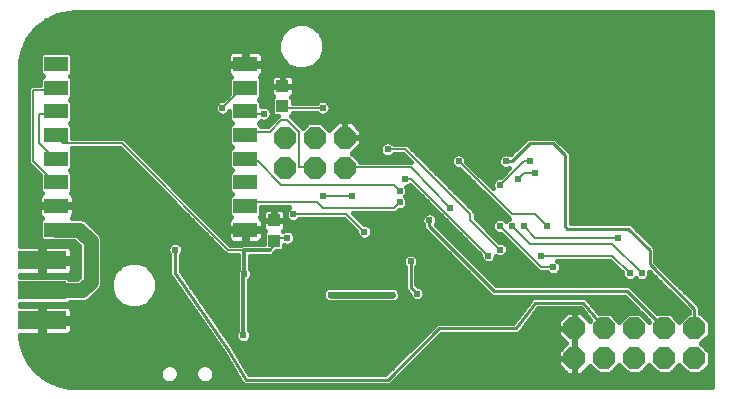
<source format=gbl>
G75*
G70*
%OFA0B0*%
%FSLAX24Y24*%
%IPPOS*%
%LPD*%
%AMOC8*
5,1,8,0,0,1.08239X$1,22.5*
%
%ADD10R,0.0787X0.0512*%
%ADD11R,0.1600X0.0600*%
%ADD12R,0.0394X0.0433*%
%ADD13R,0.0433X0.0394*%
%ADD14OC8,0.0740*%
%ADD15C,0.0160*%
%ADD16C,0.0238*%
%ADD17C,0.0120*%
%ADD18C,0.0060*%
%ADD19C,0.0500*%
%ADD20C,0.0100*%
%ADD21C,0.0240*%
D10*
X001538Y006032D03*
X001538Y006819D03*
X001538Y007607D03*
X001538Y008394D03*
X001538Y009182D03*
X001538Y009969D03*
X001538Y010756D03*
X001538Y011544D03*
X007837Y011544D03*
X007837Y010756D03*
X007837Y009969D03*
X007837Y009182D03*
X007837Y008394D03*
X007837Y007607D03*
X007837Y006819D03*
X007837Y006032D03*
D11*
X001067Y005000D03*
X001067Y004000D03*
X001067Y003000D03*
D12*
X008792Y005665D03*
X008792Y006334D03*
D13*
X009074Y010144D03*
X009074Y010813D03*
D14*
X009149Y009097D03*
X010149Y009097D03*
X011149Y009097D03*
X011149Y008097D03*
X010149Y008097D03*
X009149Y008097D03*
X018801Y002739D03*
X019801Y002739D03*
X020801Y002739D03*
X021801Y002739D03*
X022801Y002739D03*
X022801Y001739D03*
X021801Y001739D03*
X020801Y001739D03*
X019801Y001739D03*
X018801Y001739D03*
D15*
X001545Y000881D02*
X001176Y001059D01*
X000856Y001314D01*
X000600Y001635D01*
X000423Y002003D01*
X000331Y002403D01*
X000325Y002520D01*
X000997Y002520D01*
X000997Y002930D01*
X001137Y002930D01*
X001137Y002520D01*
X001891Y002520D01*
X001936Y002532D01*
X001977Y002556D01*
X002011Y002590D01*
X002035Y002631D01*
X002047Y002677D01*
X002047Y002930D01*
X001137Y002930D01*
X001137Y003070D01*
X002047Y003070D01*
X002047Y003324D01*
X002035Y003370D01*
X002011Y003411D01*
X001977Y003444D01*
X001936Y003468D01*
X001891Y003480D01*
X001137Y003480D01*
X001137Y003070D01*
X000997Y003070D01*
X000997Y002930D01*
X000320Y002930D01*
X000320Y003070D01*
X000997Y003070D01*
X000997Y003480D01*
X000320Y003480D01*
X000320Y003560D01*
X001925Y003560D01*
X001978Y003614D01*
X002478Y003614D01*
X002621Y003673D01*
X002731Y003783D01*
X003014Y004066D01*
X003073Y004209D01*
X003073Y005714D01*
X003014Y005858D01*
X002904Y005967D01*
X002509Y006363D01*
X002365Y006422D01*
X002045Y006422D01*
X002076Y006453D01*
X002100Y006494D01*
X002112Y006540D01*
X002112Y006771D01*
X001586Y006771D01*
X001586Y006867D01*
X002112Y006867D01*
X002112Y007099D01*
X002100Y007145D01*
X002076Y007186D01*
X002042Y007219D01*
X002014Y007235D01*
X002072Y007293D01*
X002072Y007921D01*
X001992Y008000D01*
X002072Y008080D01*
X002072Y008708D01*
X002045Y008735D01*
X003656Y008735D01*
X007100Y005291D01*
X007199Y005191D01*
X007606Y005191D01*
X007603Y004713D01*
X007583Y004693D01*
X007543Y004598D01*
X007543Y004495D01*
X007566Y004440D01*
X007566Y002677D01*
X007546Y002657D01*
X007507Y002562D01*
X007507Y002459D01*
X007546Y002364D01*
X007619Y002291D01*
X007714Y002251D01*
X007817Y002251D01*
X007913Y002291D01*
X007985Y002364D01*
X008025Y002459D01*
X008025Y002562D01*
X007985Y002657D01*
X007966Y002677D01*
X007966Y004343D01*
X008022Y004399D01*
X008061Y004495D01*
X008061Y004598D01*
X008022Y004693D01*
X008003Y004712D01*
X008005Y005161D01*
X008731Y005161D01*
X008848Y005278D01*
X008848Y005308D01*
X009047Y005308D01*
X009129Y005390D01*
X009129Y005520D01*
X009187Y005496D01*
X009290Y005496D01*
X009385Y005535D01*
X009458Y005608D01*
X009497Y005703D01*
X009497Y005806D01*
X009458Y005902D01*
X009385Y005975D01*
X009290Y006014D01*
X009187Y006014D01*
X009107Y005981D01*
X009133Y006007D01*
X009156Y006048D01*
X009169Y006094D01*
X009169Y006316D01*
X008810Y006316D01*
X008810Y006352D01*
X009169Y006352D01*
X009169Y006574D01*
X009156Y006620D01*
X009133Y006661D01*
X009099Y006695D01*
X009058Y006718D01*
X009012Y006731D01*
X008810Y006731D01*
X008810Y006352D01*
X008773Y006352D01*
X008773Y006316D01*
X008415Y006316D01*
X008415Y006094D01*
X008427Y006048D01*
X008451Y006007D01*
X008484Y005973D01*
X008487Y005972D01*
X008455Y005939D01*
X008455Y005561D01*
X007807Y005561D01*
X007725Y005562D01*
X007724Y005561D01*
X007724Y005561D01*
X007694Y005531D01*
X007340Y005531D01*
X003797Y009075D01*
X002072Y009075D01*
X002072Y009495D01*
X001992Y009575D01*
X002072Y009655D01*
X002072Y010283D01*
X001992Y010363D01*
X002072Y010443D01*
X002072Y011070D01*
X001992Y011150D01*
X002072Y011230D01*
X002072Y011858D01*
X001990Y011940D01*
X001086Y011940D01*
X001004Y011858D01*
X001004Y011230D01*
X001084Y011150D01*
X001004Y011070D01*
X001004Y010846D01*
X000703Y010846D01*
X000604Y010747D01*
X000604Y008244D01*
X000703Y008144D01*
X001004Y007843D01*
X001004Y007293D01*
X001062Y007235D01*
X001034Y007219D01*
X001000Y007186D01*
X000977Y007145D01*
X000964Y007099D01*
X000964Y006867D01*
X001490Y006867D01*
X001490Y006771D01*
X000964Y006771D01*
X000964Y006540D01*
X000977Y006494D01*
X001000Y006453D01*
X001034Y006419D01*
X001062Y006403D01*
X001004Y006346D01*
X001004Y005718D01*
X001086Y005636D01*
X001990Y005636D01*
X001996Y005642D01*
X002126Y005642D01*
X002293Y005475D01*
X002293Y004448D01*
X002239Y004394D01*
X001971Y004394D01*
X001925Y004440D01*
X000320Y004440D01*
X000320Y004520D01*
X000997Y004520D01*
X000997Y004930D01*
X001137Y004930D01*
X001137Y004520D01*
X001891Y004520D01*
X001936Y004532D01*
X001977Y004556D01*
X002011Y004590D01*
X002035Y004631D01*
X002047Y004677D01*
X002047Y004930D01*
X001137Y004930D01*
X001137Y005070D01*
X002047Y005070D01*
X002047Y005324D01*
X002035Y005370D01*
X002011Y005411D01*
X001977Y005444D01*
X001936Y005468D01*
X001891Y005480D01*
X001137Y005480D01*
X001137Y005070D01*
X000997Y005070D01*
X000997Y004930D01*
X000320Y004930D01*
X000320Y005070D01*
X000997Y005070D01*
X000997Y005480D01*
X000320Y005480D01*
X000320Y011447D01*
X000331Y011652D01*
X000423Y012051D01*
X000600Y012420D01*
X000856Y012740D01*
X001176Y012995D01*
X001545Y013173D01*
X001944Y013264D01*
X002149Y013276D01*
X023408Y013276D01*
X023408Y000779D01*
X002149Y000779D01*
X001944Y000790D01*
X001545Y000881D01*
X001394Y000954D02*
X005133Y000954D01*
X005122Y000958D02*
X005238Y000910D01*
X005364Y000910D01*
X005481Y000958D01*
X005570Y001048D01*
X005618Y001164D01*
X005618Y001290D01*
X005570Y001407D01*
X005481Y001496D01*
X005364Y001545D01*
X005238Y001545D01*
X005122Y001496D01*
X005032Y001407D01*
X004984Y001290D01*
X004984Y001164D01*
X005032Y001048D01*
X005122Y000958D01*
X005006Y001112D02*
X001109Y001112D01*
X000910Y001271D02*
X004984Y001271D01*
X005055Y001429D02*
X000764Y001429D01*
X000638Y001588D02*
X007304Y001588D01*
X007209Y001746D02*
X000546Y001746D01*
X000470Y001905D02*
X007114Y001905D01*
X007110Y001912D02*
X007670Y000978D01*
X007670Y000952D01*
X007709Y000913D01*
X007738Y000865D01*
X007763Y000859D01*
X007782Y000841D01*
X007837Y000841D01*
X007891Y000827D01*
X007913Y000841D01*
X012663Y000841D01*
X014372Y002549D01*
X016788Y002549D01*
X016799Y002541D01*
X016865Y002549D01*
X016931Y002549D01*
X016941Y002559D01*
X016955Y002561D01*
X016995Y002614D01*
X017042Y002660D01*
X017042Y002675D01*
X017600Y003400D01*
X018215Y003400D01*
X018215Y003400D01*
X018293Y003400D01*
X018372Y003400D01*
X019010Y003400D01*
X019340Y002999D01*
X019329Y002989D01*
X019029Y003289D01*
X018821Y003289D01*
X018821Y002759D01*
X018781Y002759D01*
X018781Y002719D01*
X018251Y002719D01*
X018251Y002511D01*
X018523Y002239D01*
X018251Y001967D01*
X018251Y001759D01*
X018781Y001759D01*
X018781Y001719D01*
X018821Y001719D01*
X018821Y001189D01*
X019029Y001189D01*
X019329Y001490D01*
X019590Y001229D01*
X020012Y001229D01*
X020301Y001518D01*
X020590Y001229D01*
X021012Y001229D01*
X021301Y001518D01*
X021590Y001229D01*
X022012Y001229D01*
X022301Y001518D01*
X022590Y001229D01*
X023012Y001229D01*
X023311Y001528D01*
X023311Y001950D01*
X023022Y002239D01*
X023311Y002528D01*
X023311Y002950D01*
X023012Y003249D01*
X022990Y003249D01*
X022990Y003472D01*
X022878Y003583D01*
X021500Y004961D01*
X021500Y005431D01*
X021389Y005542D01*
X020679Y006252D01*
X018680Y006252D01*
X018680Y008590D01*
X018569Y008701D01*
X018175Y009095D01*
X017230Y009095D01*
X017119Y008983D01*
X016669Y008533D01*
X016668Y008534D01*
X016573Y008573D01*
X016470Y008573D01*
X016375Y008534D01*
X016302Y008461D01*
X016263Y008366D01*
X016263Y008262D01*
X016302Y008167D01*
X016375Y008094D01*
X016470Y008055D01*
X016573Y008055D01*
X016641Y008083D01*
X016343Y007786D01*
X016273Y007786D01*
X016178Y007746D01*
X016105Y007673D01*
X016066Y007578D01*
X016066Y007475D01*
X016094Y007408D01*
X015206Y008295D01*
X015206Y008366D01*
X015166Y008461D01*
X015094Y008534D01*
X014998Y008573D01*
X014895Y008573D01*
X014800Y008534D01*
X014727Y008461D01*
X014688Y008366D01*
X014688Y008262D01*
X014727Y008167D01*
X014800Y008094D01*
X014895Y008055D01*
X014965Y008055D01*
X016549Y006472D01*
X016629Y006392D01*
X016572Y006368D01*
X016522Y006318D01*
X016472Y006368D01*
X016376Y006408D01*
X016273Y006408D01*
X016178Y006368D01*
X016105Y006295D01*
X016066Y006200D01*
X016066Y006097D01*
X016105Y006002D01*
X016178Y005929D01*
X016273Y005890D01*
X016343Y005890D01*
X017533Y004700D01*
X017632Y004601D01*
X017900Y004601D01*
X017950Y004551D01*
X018045Y004512D01*
X018148Y004512D01*
X018243Y004551D01*
X018316Y004624D01*
X018356Y004719D01*
X018356Y004822D01*
X018316Y004917D01*
X018243Y004990D01*
X018233Y004994D01*
X019995Y004994D01*
X020396Y004592D01*
X020396Y004522D01*
X020436Y004427D01*
X020509Y004354D01*
X020604Y004315D01*
X020707Y004315D01*
X020802Y004354D01*
X020852Y004404D01*
X020902Y004354D01*
X020998Y004315D01*
X021101Y004315D01*
X021196Y004354D01*
X021269Y004427D01*
X021308Y004522D01*
X021308Y004616D01*
X022610Y003314D01*
X022610Y003249D01*
X022590Y003249D01*
X022301Y002960D01*
X022012Y003249D01*
X021590Y003249D01*
X021575Y003234D01*
X020636Y004173D01*
X016207Y004173D01*
X014182Y006198D01*
X014182Y006199D01*
X014222Y006294D01*
X014222Y006397D01*
X014182Y006492D01*
X014109Y006565D01*
X014014Y006605D01*
X013911Y006605D01*
X013816Y006565D01*
X013743Y006492D01*
X013704Y006397D01*
X013704Y006294D01*
X013743Y006199D01*
X013773Y006169D01*
X013773Y006070D01*
X015938Y003905D01*
X016049Y003793D01*
X020478Y003793D01*
X021306Y002965D01*
X021301Y002960D01*
X021012Y003249D01*
X020590Y003249D01*
X020301Y002960D01*
X020012Y003249D01*
X019627Y003249D01*
X019290Y003658D01*
X019290Y003669D01*
X019240Y003718D01*
X019196Y003772D01*
X019186Y003773D01*
X019178Y003780D01*
X019109Y003780D01*
X019039Y003787D01*
X019031Y003780D01*
X018293Y003780D01*
X017570Y003780D01*
X017559Y003788D01*
X017494Y003780D01*
X017427Y003780D01*
X017417Y003770D01*
X017403Y003768D01*
X017363Y003715D01*
X017316Y003668D01*
X017316Y003654D01*
X016759Y002929D01*
X014215Y002929D01*
X012506Y001221D01*
X007968Y001221D01*
X007469Y002051D01*
X007471Y002058D01*
X007429Y002118D01*
X007392Y002180D01*
X007385Y002182D01*
X005688Y004633D01*
X005688Y005185D01*
X005718Y005214D01*
X005757Y005310D01*
X005757Y005413D01*
X005718Y005508D01*
X005645Y005581D01*
X005550Y005620D01*
X005447Y005620D01*
X005351Y005581D01*
X005278Y005508D01*
X005239Y005413D01*
X005239Y005310D01*
X005278Y005214D01*
X005308Y005185D01*
X005308Y004591D01*
X005297Y004530D01*
X005308Y004514D01*
X005308Y004495D01*
X005352Y004452D01*
X007110Y001912D01*
X007005Y002063D02*
X000409Y002063D01*
X000373Y002222D02*
X006895Y002222D01*
X006786Y002380D02*
X000337Y002380D01*
X000997Y002539D02*
X001137Y002539D01*
X001137Y002697D02*
X000997Y002697D01*
X000997Y002856D02*
X001137Y002856D01*
X001137Y003014D02*
X006347Y003014D01*
X006456Y002856D02*
X002047Y002856D01*
X002047Y002697D02*
X006566Y002697D01*
X006676Y002539D02*
X001947Y002539D01*
X000997Y003014D02*
X000320Y003014D01*
X000997Y003173D02*
X001137Y003173D01*
X001137Y003331D02*
X000997Y003331D01*
X000320Y003490D02*
X003775Y003490D01*
X003684Y003527D02*
X003967Y003410D01*
X004273Y003410D01*
X004556Y003527D01*
X004773Y003744D01*
X004890Y004027D01*
X004890Y004333D01*
X004773Y004616D01*
X004556Y004833D01*
X004273Y004950D01*
X003967Y004950D01*
X003684Y004833D01*
X003467Y004616D01*
X003350Y004333D01*
X003350Y004027D01*
X003467Y003744D01*
X003684Y003527D01*
X003563Y003648D02*
X002561Y003648D01*
X002755Y003807D02*
X003441Y003807D01*
X003376Y003965D02*
X002913Y003965D01*
X003038Y004124D02*
X003350Y004124D01*
X003350Y004282D02*
X003073Y004282D01*
X003073Y004441D02*
X003395Y004441D01*
X003460Y004599D02*
X003073Y004599D01*
X003073Y004758D02*
X003609Y004758D01*
X003886Y004916D02*
X003073Y004916D01*
X003073Y005075D02*
X005308Y005075D01*
X005308Y004916D02*
X004355Y004916D01*
X004631Y004758D02*
X005308Y004758D01*
X005308Y004599D02*
X004780Y004599D01*
X004845Y004441D02*
X005359Y004441D01*
X005469Y004282D02*
X004890Y004282D01*
X004890Y004124D02*
X005578Y004124D01*
X005688Y003965D02*
X004864Y003965D01*
X004799Y003807D02*
X005798Y003807D01*
X006150Y003965D02*
X007566Y003965D01*
X007566Y003807D02*
X006260Y003807D01*
X006370Y003648D02*
X007566Y003648D01*
X007566Y003490D02*
X006480Y003490D01*
X006589Y003331D02*
X007566Y003331D01*
X007566Y003173D02*
X006699Y003173D01*
X006809Y003014D02*
X007566Y003014D01*
X007566Y002856D02*
X006919Y002856D01*
X007028Y002697D02*
X007566Y002697D01*
X007507Y002539D02*
X007138Y002539D01*
X007248Y002380D02*
X007539Y002380D01*
X007357Y002222D02*
X013507Y002222D01*
X013349Y002063D02*
X007467Y002063D01*
X007557Y001905D02*
X013190Y001905D01*
X013032Y001746D02*
X007652Y001746D01*
X007747Y001588D02*
X012873Y001588D01*
X012715Y001429D02*
X007843Y001429D01*
X007938Y001271D02*
X012556Y001271D01*
X012935Y001112D02*
X023408Y001112D01*
X023408Y000954D02*
X012777Y000954D01*
X013094Y001271D02*
X018492Y001271D01*
X018573Y001189D02*
X018781Y001189D01*
X018781Y001719D01*
X018251Y001719D01*
X018251Y001511D01*
X018573Y001189D01*
X018781Y001271D02*
X018821Y001271D01*
X018821Y001429D02*
X018781Y001429D01*
X018781Y001588D02*
X018821Y001588D01*
X018781Y001746D02*
X013569Y001746D01*
X013411Y001588D02*
X018251Y001588D01*
X018333Y001429D02*
X013252Y001429D01*
X013728Y001905D02*
X018251Y001905D01*
X018348Y002063D02*
X013886Y002063D01*
X014045Y002222D02*
X018506Y002222D01*
X018382Y002380D02*
X014203Y002380D01*
X014362Y002539D02*
X018251Y002539D01*
X018251Y002697D02*
X017060Y002697D01*
X017182Y002856D02*
X018251Y002856D01*
X018251Y002759D02*
X018251Y002967D01*
X018573Y003289D01*
X018781Y003289D01*
X018781Y002759D01*
X018251Y002759D01*
X018299Y003014D02*
X017303Y003014D01*
X017425Y003173D02*
X018457Y003173D01*
X018372Y003400D02*
X018372Y003400D01*
X018781Y003173D02*
X018821Y003173D01*
X018821Y003014D02*
X018781Y003014D01*
X018781Y002856D02*
X018821Y002856D01*
X018821Y002719D02*
X018821Y002189D01*
X018821Y001759D01*
X018781Y001759D01*
X018781Y002719D01*
X018821Y002719D01*
X018821Y002697D02*
X018781Y002697D01*
X018781Y002539D02*
X018821Y002539D01*
X018821Y002380D02*
X018781Y002380D01*
X018781Y002222D02*
X018821Y002222D01*
X018821Y002063D02*
X018781Y002063D01*
X018781Y001905D02*
X018821Y001905D01*
X019269Y001429D02*
X019390Y001429D01*
X019548Y001271D02*
X019111Y001271D01*
X020054Y001271D02*
X020548Y001271D01*
X020390Y001429D02*
X020213Y001429D01*
X021054Y001271D02*
X021548Y001271D01*
X021390Y001429D02*
X021213Y001429D01*
X022054Y001271D02*
X022548Y001271D01*
X022390Y001429D02*
X022213Y001429D01*
X023054Y001271D02*
X023408Y001271D01*
X023408Y001429D02*
X023213Y001429D01*
X023311Y001588D02*
X023408Y001588D01*
X023408Y001746D02*
X023311Y001746D01*
X023311Y001905D02*
X023408Y001905D01*
X023408Y002063D02*
X023198Y002063D01*
X023040Y002222D02*
X023408Y002222D01*
X023408Y002380D02*
X023164Y002380D01*
X023311Y002539D02*
X023408Y002539D01*
X023408Y002697D02*
X023311Y002697D01*
X023311Y002856D02*
X023408Y002856D01*
X023408Y003014D02*
X023247Y003014D01*
X023089Y003173D02*
X023408Y003173D01*
X023408Y003331D02*
X022990Y003331D01*
X022971Y003490D02*
X023408Y003490D01*
X023408Y003648D02*
X022813Y003648D01*
X022654Y003807D02*
X023408Y003807D01*
X023408Y003965D02*
X022496Y003965D01*
X022337Y004124D02*
X023408Y004124D01*
X023408Y004282D02*
X022179Y004282D01*
X022020Y004441D02*
X023408Y004441D01*
X023408Y004599D02*
X021862Y004599D01*
X021703Y004758D02*
X023408Y004758D01*
X023408Y004916D02*
X021545Y004916D01*
X021500Y005075D02*
X023408Y005075D01*
X023408Y005233D02*
X021500Y005233D01*
X021500Y005392D02*
X023408Y005392D01*
X023408Y005550D02*
X021381Y005550D01*
X021222Y005709D02*
X023408Y005709D01*
X023408Y005867D02*
X021064Y005867D01*
X020905Y006026D02*
X023408Y006026D01*
X023408Y006184D02*
X020747Y006184D01*
X018680Y006343D02*
X023408Y006343D01*
X023408Y006501D02*
X018680Y006501D01*
X018680Y006660D02*
X023408Y006660D01*
X023408Y006818D02*
X018680Y006818D01*
X018680Y006977D02*
X023408Y006977D01*
X023408Y007135D02*
X018680Y007135D01*
X018680Y007294D02*
X023408Y007294D01*
X023408Y007452D02*
X018680Y007452D01*
X018680Y007611D02*
X023408Y007611D01*
X023408Y007769D02*
X018680Y007769D01*
X018680Y007928D02*
X023408Y007928D01*
X023408Y008086D02*
X018680Y008086D01*
X018680Y008245D02*
X023408Y008245D01*
X023408Y008403D02*
X018680Y008403D01*
X018680Y008562D02*
X023408Y008562D01*
X023408Y008720D02*
X018549Y008720D01*
X018391Y008879D02*
X023408Y008879D01*
X023408Y009037D02*
X018232Y009037D01*
X017173Y009037D02*
X011699Y009037D01*
X011699Y009077D02*
X011169Y009077D01*
X011169Y009117D01*
X011699Y009117D01*
X011699Y009325D01*
X011376Y009647D01*
X011169Y009647D01*
X011169Y009117D01*
X011129Y009117D01*
X011129Y009647D01*
X010921Y009647D01*
X010620Y009346D01*
X010360Y009607D01*
X009937Y009607D01*
X009751Y009420D01*
X009702Y009468D01*
X009356Y009815D01*
X009430Y009889D01*
X009430Y009916D01*
X010223Y009916D01*
X010273Y009866D01*
X010368Y009827D01*
X010471Y009827D01*
X010566Y009866D01*
X010639Y009939D01*
X010678Y010034D01*
X010678Y010137D01*
X010639Y010232D01*
X010566Y010305D01*
X010471Y010345D01*
X010368Y010345D01*
X010273Y010305D01*
X009430Y010305D01*
X009430Y010256D02*
X009430Y010399D01*
X009373Y010456D01*
X009401Y010472D01*
X009434Y010506D01*
X009458Y010547D01*
X009470Y010593D01*
X009470Y010795D01*
X009092Y010795D01*
X009092Y010832D01*
X009055Y010832D01*
X009055Y011190D01*
X008833Y011190D01*
X008788Y011178D01*
X008747Y011154D01*
X008713Y011121D01*
X008689Y011080D01*
X008677Y011034D01*
X008677Y010832D01*
X009055Y010832D01*
X009055Y010795D01*
X008677Y010795D01*
X008677Y010593D01*
X008689Y010547D01*
X008713Y010506D01*
X008747Y010472D01*
X008775Y010456D01*
X008717Y010399D01*
X008717Y009889D01*
X008799Y009807D01*
X008916Y009807D01*
X008871Y009762D01*
X008577Y009468D01*
X008371Y009468D01*
X008371Y009495D01*
X008291Y009575D01*
X008361Y009645D01*
X008399Y009630D01*
X008502Y009630D01*
X008598Y009669D01*
X008670Y009742D01*
X008710Y009837D01*
X008710Y009940D01*
X008670Y010036D01*
X008598Y010108D01*
X008502Y010148D01*
X008399Y010148D01*
X008371Y010136D01*
X008371Y010283D01*
X008291Y010363D01*
X008371Y010443D01*
X008371Y011070D01*
X008314Y011128D01*
X008342Y011144D01*
X008375Y011177D01*
X008399Y011218D01*
X008411Y011264D01*
X008411Y011496D01*
X007885Y011496D01*
X007885Y011592D01*
X007789Y011592D01*
X007789Y011496D01*
X007264Y011496D01*
X007264Y011264D01*
X007276Y011218D01*
X007300Y011177D01*
X007333Y011144D01*
X007361Y011128D01*
X007304Y011070D01*
X007304Y010557D01*
X007091Y010345D01*
X007021Y010345D01*
X006926Y010305D01*
X006853Y010232D01*
X006814Y010137D01*
X006814Y010034D01*
X006853Y009939D01*
X006926Y009866D01*
X007021Y009827D01*
X007124Y009827D01*
X007220Y009866D01*
X007292Y009939D01*
X007304Y009966D01*
X007304Y009655D01*
X007383Y009575D01*
X007304Y009495D01*
X007304Y008868D01*
X007383Y008788D01*
X007304Y008708D01*
X007304Y008080D01*
X007383Y008001D01*
X007304Y007921D01*
X007304Y007293D01*
X007383Y007213D01*
X007304Y007133D01*
X007304Y006506D01*
X007361Y006448D01*
X007333Y006432D01*
X007300Y006398D01*
X007276Y006357D01*
X007264Y006312D01*
X007264Y006080D01*
X007789Y006080D01*
X007789Y005984D01*
X007264Y005984D01*
X007264Y005752D01*
X007276Y005707D01*
X007300Y005666D01*
X007333Y005632D01*
X007374Y005608D01*
X007420Y005596D01*
X007789Y005596D01*
X007789Y005984D01*
X007885Y005984D01*
X007885Y005596D01*
X008255Y005596D01*
X008300Y005608D01*
X008342Y005632D01*
X008375Y005666D01*
X008399Y005707D01*
X008411Y005752D01*
X008411Y005984D01*
X007885Y005984D01*
X007885Y006080D01*
X008411Y006080D01*
X008411Y006312D01*
X008399Y006357D01*
X008375Y006398D01*
X008342Y006432D01*
X008314Y006448D01*
X008371Y006506D01*
X008371Y006766D01*
X009298Y006766D01*
X009288Y006762D01*
X009215Y006689D01*
X009176Y006594D01*
X009176Y006491D01*
X009215Y006396D01*
X009288Y006323D01*
X009384Y006283D01*
X009487Y006283D01*
X009582Y006323D01*
X009631Y006372D01*
X011136Y006372D01*
X011538Y005970D01*
X011538Y005900D01*
X011578Y005805D01*
X011651Y005732D01*
X011746Y005693D01*
X011849Y005693D01*
X011944Y005732D01*
X012017Y005805D01*
X012056Y005900D01*
X012056Y006003D01*
X012017Y006099D01*
X011944Y006171D01*
X011849Y006211D01*
X011779Y006211D01*
X011420Y006569D01*
X012852Y006569D01*
X012960Y006677D01*
X013030Y006677D01*
X013125Y006716D01*
X013198Y006789D01*
X013237Y006884D01*
X013237Y006988D01*
X013198Y007083D01*
X013148Y007133D01*
X013198Y007183D01*
X013237Y007278D01*
X013237Y007381D01*
X013203Y007464D01*
X013227Y007464D01*
X013322Y007504D01*
X013337Y007518D01*
X015672Y005183D01*
X015672Y005113D01*
X015711Y005018D01*
X015784Y004945D01*
X015880Y004905D01*
X015983Y004905D01*
X016078Y004945D01*
X016151Y005018D01*
X016190Y005113D01*
X016190Y005137D01*
X016273Y005102D01*
X016376Y005102D01*
X016472Y005142D01*
X016544Y005214D01*
X016584Y005310D01*
X016584Y005413D01*
X016544Y005508D01*
X016472Y005581D01*
X016376Y005620D01*
X016306Y005620D01*
X015511Y006416D01*
X015511Y006613D01*
X013345Y008778D01*
X013246Y008878D01*
X012781Y008878D01*
X012731Y008927D01*
X012636Y008967D01*
X012533Y008967D01*
X012438Y008927D01*
X012365Y008854D01*
X012326Y008759D01*
X012326Y008656D01*
X012365Y008561D01*
X012438Y008488D01*
X012533Y008449D01*
X012636Y008449D01*
X012731Y008488D01*
X012781Y008538D01*
X013105Y008538D01*
X013355Y008288D01*
X013307Y008289D01*
X013305Y008287D01*
X011659Y008287D01*
X011659Y008308D01*
X011398Y008568D01*
X011699Y008869D01*
X011699Y009077D01*
X011699Y009196D02*
X023408Y009196D01*
X023408Y009354D02*
X011669Y009354D01*
X011510Y009513D02*
X023408Y009513D01*
X023408Y009671D02*
X009499Y009671D01*
X009371Y009830D02*
X010360Y009830D01*
X010479Y009830D02*
X023408Y009830D01*
X023408Y009988D02*
X010659Y009988D01*
X010674Y010147D02*
X023408Y010147D01*
X023408Y010305D02*
X010566Y010305D01*
X010273Y010305D02*
X010223Y010256D01*
X009430Y010256D01*
X009386Y010464D02*
X023408Y010464D01*
X023408Y010622D02*
X009470Y010622D01*
X009470Y010781D02*
X023408Y010781D01*
X023408Y010939D02*
X009470Y010939D01*
X009470Y011034D02*
X009470Y010832D01*
X009092Y010832D01*
X009092Y011190D01*
X009314Y011190D01*
X009360Y011178D01*
X009401Y011154D01*
X009434Y011121D01*
X009458Y011080D01*
X009470Y011034D01*
X009447Y011098D02*
X023408Y011098D01*
X023408Y011256D02*
X008409Y011256D01*
X008411Y011415D02*
X009427Y011415D01*
X009544Y011366D02*
X009261Y011483D01*
X009045Y011700D01*
X008927Y011983D01*
X008927Y012289D01*
X009045Y012572D01*
X009261Y012789D01*
X009544Y012906D01*
X009850Y012906D01*
X010133Y012789D01*
X010350Y012572D01*
X010467Y012289D01*
X010467Y011983D01*
X010350Y011700D01*
X010133Y011483D01*
X009850Y011366D01*
X009544Y011366D01*
X009968Y011415D02*
X023408Y011415D01*
X023408Y011573D02*
X010223Y011573D01*
X010363Y011732D02*
X023408Y011732D01*
X023408Y011890D02*
X010429Y011890D01*
X010467Y012049D02*
X023408Y012049D01*
X023408Y012207D02*
X010467Y012207D01*
X010436Y012366D02*
X023408Y012366D01*
X023408Y012524D02*
X010370Y012524D01*
X010240Y012683D02*
X023408Y012683D01*
X023408Y012841D02*
X010007Y012841D01*
X009388Y012841D02*
X000982Y012841D01*
X000810Y012683D02*
X009155Y012683D01*
X009025Y012524D02*
X000683Y012524D01*
X000574Y012366D02*
X008959Y012366D01*
X008927Y012207D02*
X000498Y012207D01*
X000422Y012049D02*
X008927Y012049D01*
X008966Y011890D02*
X008387Y011890D01*
X008375Y011910D02*
X008342Y011944D01*
X008300Y011967D01*
X008255Y011980D01*
X007885Y011980D01*
X007885Y011592D01*
X008411Y011592D01*
X008411Y011823D01*
X008399Y011869D01*
X008375Y011910D01*
X008411Y011732D02*
X009031Y011732D01*
X009171Y011573D02*
X007885Y011573D01*
X007789Y011573D02*
X002072Y011573D01*
X002072Y011732D02*
X007264Y011732D01*
X007264Y011823D02*
X007264Y011592D01*
X007789Y011592D01*
X007789Y011980D01*
X007420Y011980D01*
X007374Y011967D01*
X007333Y011944D01*
X007300Y011910D01*
X007276Y011869D01*
X007264Y011823D01*
X007288Y011890D02*
X002039Y011890D01*
X002072Y011415D02*
X007264Y011415D01*
X007266Y011256D02*
X002072Y011256D01*
X002044Y011098D02*
X007331Y011098D01*
X007304Y010939D02*
X002072Y010939D01*
X002072Y010781D02*
X007304Y010781D01*
X007304Y010622D02*
X002072Y010622D01*
X002072Y010464D02*
X007211Y010464D01*
X006926Y010305D02*
X002049Y010305D01*
X002072Y010147D02*
X006818Y010147D01*
X006833Y009988D02*
X002072Y009988D01*
X002072Y009830D02*
X007013Y009830D01*
X007132Y009830D02*
X007304Y009830D01*
X007304Y009671D02*
X002072Y009671D01*
X002054Y009513D02*
X007321Y009513D01*
X007304Y009354D02*
X002072Y009354D01*
X002072Y009196D02*
X007304Y009196D01*
X007304Y009037D02*
X003834Y009037D01*
X003993Y008879D02*
X007304Y008879D01*
X007316Y008720D02*
X004151Y008720D01*
X004310Y008562D02*
X007304Y008562D01*
X007304Y008403D02*
X004468Y008403D01*
X004627Y008245D02*
X007304Y008245D01*
X007304Y008086D02*
X004785Y008086D01*
X004944Y007928D02*
X007311Y007928D01*
X007304Y007769D02*
X005102Y007769D01*
X004621Y007769D02*
X002072Y007769D01*
X002065Y007928D02*
X004463Y007928D01*
X004304Y008086D02*
X002072Y008086D01*
X002072Y008245D02*
X004146Y008245D01*
X003987Y008403D02*
X002072Y008403D01*
X002072Y008562D02*
X003829Y008562D01*
X003670Y008720D02*
X002060Y008720D01*
X000761Y008086D02*
X000320Y008086D01*
X000320Y007928D02*
X000919Y007928D01*
X001004Y007769D02*
X000320Y007769D01*
X000320Y007611D02*
X001004Y007611D01*
X001004Y007452D02*
X000320Y007452D01*
X000320Y007294D02*
X001004Y007294D01*
X000974Y007135D02*
X000320Y007135D01*
X000320Y006977D02*
X000964Y006977D01*
X001490Y006818D02*
X000320Y006818D01*
X000320Y006660D02*
X000964Y006660D01*
X000975Y006501D02*
X000320Y006501D01*
X000320Y006343D02*
X001004Y006343D01*
X001004Y006184D02*
X000320Y006184D01*
X000320Y006026D02*
X001004Y006026D01*
X001004Y005867D02*
X000320Y005867D01*
X000320Y005709D02*
X001014Y005709D01*
X000997Y005392D02*
X001137Y005392D01*
X001137Y005233D02*
X000997Y005233D01*
X000997Y005075D02*
X001137Y005075D01*
X001137Y004916D02*
X000997Y004916D01*
X000997Y004758D02*
X001137Y004758D01*
X001137Y004599D02*
X000997Y004599D01*
X000320Y004441D02*
X002286Y004441D01*
X002293Y004599D02*
X002017Y004599D01*
X002047Y004758D02*
X002293Y004758D01*
X002293Y004916D02*
X002047Y004916D01*
X002047Y005075D02*
X002293Y005075D01*
X002293Y005233D02*
X002047Y005233D01*
X002022Y005392D02*
X002293Y005392D01*
X002218Y005550D02*
X000320Y005550D01*
X002101Y006501D02*
X005889Y006501D01*
X006048Y006343D02*
X002529Y006343D01*
X002687Y006184D02*
X006206Y006184D01*
X006365Y006026D02*
X002846Y006026D01*
X003004Y005867D02*
X006523Y005867D01*
X006846Y006026D02*
X007789Y006026D01*
X007885Y006026D02*
X008440Y006026D01*
X008455Y005867D02*
X008411Y005867D01*
X008399Y005709D02*
X008455Y005709D01*
X007885Y005709D02*
X007789Y005709D01*
X007713Y005550D02*
X007321Y005550D01*
X007275Y005709D02*
X007163Y005709D01*
X006840Y005550D02*
X005675Y005550D01*
X005757Y005392D02*
X006999Y005392D01*
X007157Y005233D02*
X005725Y005233D01*
X005688Y005075D02*
X007605Y005075D01*
X007604Y004916D02*
X005688Y004916D01*
X005688Y004758D02*
X007603Y004758D01*
X007544Y004599D02*
X005711Y004599D01*
X005821Y004441D02*
X007566Y004441D01*
X007566Y004282D02*
X005931Y004282D01*
X006041Y004124D02*
X007566Y004124D01*
X007966Y004124D02*
X010625Y004124D01*
X010630Y004126D02*
X010534Y004086D01*
X010461Y004013D01*
X010421Y003918D01*
X010421Y003814D01*
X010460Y003719D01*
X010533Y003645D01*
X010629Y003606D01*
X012783Y003602D01*
X012879Y003641D01*
X012952Y003714D01*
X012992Y003810D01*
X012992Y003913D01*
X012953Y004009D01*
X012879Y004082D01*
X012784Y004122D01*
X010630Y004126D01*
X010441Y003965D02*
X007966Y003965D01*
X007966Y003807D02*
X010424Y003807D01*
X010530Y003648D02*
X007966Y003648D01*
X007966Y003490D02*
X017190Y003490D01*
X017311Y003648D02*
X013638Y003648D01*
X013608Y003636D02*
X013703Y003675D01*
X013776Y003748D01*
X013816Y003844D01*
X013816Y003947D01*
X013776Y004042D01*
X013703Y004115D01*
X013608Y004154D01*
X013578Y004154D01*
X013533Y004204D01*
X013533Y004792D01*
X013563Y004821D01*
X013602Y004917D01*
X013602Y005020D01*
X013563Y005115D01*
X013490Y005188D01*
X013395Y005227D01*
X013292Y005227D01*
X013196Y005188D01*
X013123Y005115D01*
X013084Y005020D01*
X013084Y004917D01*
X013123Y004821D01*
X013153Y004792D01*
X013153Y004135D01*
X013149Y004061D01*
X013153Y004057D01*
X013153Y004052D01*
X013205Y004000D01*
X013298Y003898D01*
X013298Y003844D01*
X013337Y003748D01*
X013410Y003675D01*
X013505Y003636D01*
X013608Y003636D01*
X013476Y003648D02*
X012886Y003648D01*
X012990Y003807D02*
X013313Y003807D01*
X013236Y003965D02*
X012971Y003965D01*
X013152Y004124D02*
X011683Y004124D01*
X013153Y004282D02*
X007966Y004282D01*
X008039Y004441D02*
X013153Y004441D01*
X013153Y004599D02*
X008061Y004599D01*
X008003Y004758D02*
X013153Y004758D01*
X013533Y004758D02*
X015085Y004758D01*
X015243Y004599D02*
X013533Y004599D01*
X013533Y004441D02*
X015402Y004441D01*
X015560Y004282D02*
X013533Y004282D01*
X013681Y004124D02*
X015719Y004124D01*
X015877Y003965D02*
X013808Y003965D01*
X013801Y003807D02*
X016036Y003807D01*
X016098Y004282D02*
X021642Y004282D01*
X021800Y004124D02*
X020685Y004124D01*
X020844Y003965D02*
X021959Y003965D01*
X022117Y003807D02*
X021002Y003807D01*
X021161Y003648D02*
X022276Y003648D01*
X022434Y003490D02*
X021319Y003490D01*
X021478Y003331D02*
X022593Y003331D01*
X022514Y003173D02*
X022089Y003173D01*
X022247Y003014D02*
X022355Y003014D01*
X021257Y003014D02*
X021247Y003014D01*
X021099Y003173D02*
X021089Y003173D01*
X020940Y003331D02*
X019559Y003331D01*
X019428Y003490D02*
X020782Y003490D01*
X020623Y003648D02*
X019298Y003648D01*
X019067Y003331D02*
X017547Y003331D01*
X017068Y003331D02*
X007966Y003331D01*
X007966Y003173D02*
X016946Y003173D01*
X016824Y003014D02*
X007966Y003014D01*
X007966Y002856D02*
X014141Y002856D01*
X013983Y002697D02*
X007966Y002697D01*
X008025Y002539D02*
X013824Y002539D01*
X013666Y002380D02*
X007992Y002380D01*
X006751Y001407D02*
X006662Y001496D01*
X006545Y001545D01*
X006419Y001545D01*
X006303Y001496D01*
X006213Y001407D01*
X006165Y001290D01*
X006165Y001164D01*
X006213Y001048D01*
X006303Y000958D01*
X006419Y000910D01*
X006545Y000910D01*
X006662Y000958D01*
X006751Y001048D01*
X006799Y001164D01*
X006799Y001290D01*
X006751Y001407D01*
X006729Y001429D02*
X007399Y001429D01*
X007494Y001271D02*
X006799Y001271D01*
X006778Y001112D02*
X007590Y001112D01*
X007670Y000954D02*
X006651Y000954D01*
X006314Y000954D02*
X005470Y000954D01*
X005597Y001112D02*
X006187Y001112D01*
X006165Y001271D02*
X005618Y001271D01*
X005548Y001429D02*
X006236Y001429D01*
X006237Y003173D02*
X002047Y003173D01*
X002045Y003331D02*
X006127Y003331D01*
X006017Y003490D02*
X004465Y003490D01*
X004677Y003648D02*
X005908Y003648D01*
X008004Y004916D02*
X013084Y004916D01*
X013107Y005075D02*
X008005Y005075D01*
X008803Y005233D02*
X014609Y005233D01*
X014768Y005075D02*
X013579Y005075D01*
X013602Y004916D02*
X014926Y004916D01*
X015147Y005233D02*
X015622Y005233D01*
X015688Y005075D02*
X015305Y005075D01*
X015464Y004916D02*
X015853Y004916D01*
X016009Y004916D02*
X017317Y004916D01*
X017158Y005075D02*
X016174Y005075D01*
X016552Y005233D02*
X017000Y005233D01*
X016841Y005392D02*
X016584Y005392D01*
X016502Y005550D02*
X016683Y005550D01*
X016524Y005709D02*
X016218Y005709D01*
X016366Y005867D02*
X016059Y005867D01*
X016095Y006026D02*
X015901Y006026D01*
X015742Y006184D02*
X016066Y006184D01*
X016153Y006343D02*
X015584Y006343D01*
X015511Y006501D02*
X016519Y006501D01*
X016497Y006343D02*
X016546Y006343D01*
X016361Y006660D02*
X015463Y006660D01*
X015305Y006818D02*
X016202Y006818D01*
X016044Y006977D02*
X015146Y006977D01*
X014988Y007135D02*
X015885Y007135D01*
X015727Y007294D02*
X014829Y007294D01*
X014671Y007452D02*
X015568Y007452D01*
X015410Y007611D02*
X014512Y007611D01*
X014354Y007769D02*
X015251Y007769D01*
X015093Y007928D02*
X014195Y007928D01*
X014037Y008086D02*
X014820Y008086D01*
X014695Y008245D02*
X013878Y008245D01*
X013720Y008403D02*
X014703Y008403D01*
X014868Y008562D02*
X013561Y008562D01*
X013403Y008720D02*
X016856Y008720D01*
X017015Y008879D02*
X012780Y008879D01*
X012389Y008879D02*
X011699Y008879D01*
X011550Y008720D02*
X012326Y008720D01*
X012365Y008562D02*
X011405Y008562D01*
X011563Y008403D02*
X013239Y008403D01*
X013208Y007452D02*
X013403Y007452D01*
X013561Y007294D02*
X013237Y007294D01*
X013150Y007135D02*
X013720Y007135D01*
X013878Y006977D02*
X013237Y006977D01*
X013210Y006818D02*
X014037Y006818D01*
X014195Y006660D02*
X012943Y006660D01*
X013704Y006343D02*
X011647Y006343D01*
X011488Y006501D02*
X013752Y006501D01*
X013757Y006184D02*
X011913Y006184D01*
X012047Y006026D02*
X013817Y006026D01*
X013975Y005867D02*
X012043Y005867D01*
X011552Y005867D02*
X009472Y005867D01*
X009144Y006026D02*
X011483Y006026D01*
X011324Y006184D02*
X009169Y006184D01*
X009268Y006343D02*
X008810Y006343D01*
X008773Y006343D02*
X008403Y006343D01*
X008415Y006352D02*
X008773Y006352D01*
X008773Y006731D01*
X008571Y006731D01*
X008525Y006718D01*
X008484Y006695D01*
X008451Y006661D01*
X008427Y006620D01*
X008415Y006574D01*
X008415Y006352D01*
X008415Y006501D02*
X008367Y006501D01*
X008371Y006660D02*
X008450Y006660D01*
X008773Y006660D02*
X008810Y006660D01*
X008810Y006501D02*
X008773Y006501D01*
X009133Y006660D02*
X009203Y006660D01*
X009176Y006501D02*
X009169Y006501D01*
X009602Y006343D02*
X011166Y006343D01*
X011707Y005709D02*
X009497Y005709D01*
X009400Y005550D02*
X014292Y005550D01*
X014451Y005392D02*
X009129Y005392D01*
X007885Y005867D02*
X007789Y005867D01*
X007264Y005867D02*
X007004Y005867D01*
X006682Y005709D02*
X003073Y005709D01*
X003073Y005550D02*
X005321Y005550D01*
X005239Y005392D02*
X003073Y005392D01*
X003073Y005233D02*
X005271Y005233D01*
X006687Y006184D02*
X007264Y006184D01*
X007272Y006343D02*
X006529Y006343D01*
X006370Y006501D02*
X007308Y006501D01*
X007304Y006660D02*
X006212Y006660D01*
X006053Y006818D02*
X007304Y006818D01*
X007304Y006977D02*
X005895Y006977D01*
X005736Y007135D02*
X007306Y007135D01*
X007304Y007294D02*
X005578Y007294D01*
X005419Y007452D02*
X007304Y007452D01*
X007304Y007611D02*
X005261Y007611D01*
X004938Y007452D02*
X002072Y007452D01*
X002072Y007294D02*
X005097Y007294D01*
X005255Y007135D02*
X002102Y007135D01*
X002112Y006977D02*
X005414Y006977D01*
X005572Y006818D02*
X001586Y006818D01*
X002112Y006660D02*
X005731Y006660D01*
X004780Y007611D02*
X002072Y007611D01*
X000604Y008245D02*
X000320Y008245D01*
X000320Y008403D02*
X000604Y008403D01*
X000604Y008562D02*
X000320Y008562D01*
X000320Y008720D02*
X000604Y008720D01*
X000604Y008879D02*
X000320Y008879D01*
X000320Y009037D02*
X000604Y009037D01*
X000604Y009196D02*
X000320Y009196D01*
X000320Y009354D02*
X000604Y009354D01*
X000604Y009513D02*
X000320Y009513D01*
X000320Y009671D02*
X000604Y009671D01*
X000604Y009830D02*
X000320Y009830D01*
X000320Y009988D02*
X000604Y009988D01*
X000604Y010147D02*
X000320Y010147D01*
X000320Y010305D02*
X000604Y010305D01*
X000604Y010464D02*
X000320Y010464D01*
X000320Y010622D02*
X000604Y010622D01*
X000638Y010781D02*
X000320Y010781D01*
X000320Y010939D02*
X001004Y010939D01*
X001032Y011098D02*
X000320Y011098D01*
X000320Y011256D02*
X001004Y011256D01*
X001004Y011415D02*
X000320Y011415D01*
X000327Y011573D02*
X001004Y011573D01*
X001004Y011732D02*
X000350Y011732D01*
X000386Y011890D02*
X001037Y011890D01*
X001185Y013000D02*
X023408Y013000D01*
X023408Y013158D02*
X001514Y013158D01*
X007789Y011890D02*
X007885Y011890D01*
X007885Y011732D02*
X007789Y011732D01*
X008343Y011098D02*
X008700Y011098D01*
X008677Y010939D02*
X008371Y010939D01*
X008371Y010781D02*
X008677Y010781D01*
X008677Y010622D02*
X008371Y010622D01*
X008371Y010464D02*
X008762Y010464D01*
X008717Y010305D02*
X008349Y010305D01*
X008371Y010147D02*
X008397Y010147D01*
X008505Y010147D02*
X008717Y010147D01*
X008717Y009988D02*
X008690Y009988D01*
X008707Y009830D02*
X008777Y009830D01*
X008780Y009671D02*
X008600Y009671D01*
X008622Y009513D02*
X008354Y009513D01*
X009658Y009513D02*
X009843Y009513D01*
X010454Y009513D02*
X010787Y009513D01*
X010628Y009354D02*
X010612Y009354D01*
X011129Y009354D02*
X011169Y009354D01*
X011169Y009196D02*
X011129Y009196D01*
X011129Y009513D02*
X011169Y009513D01*
X009092Y010939D02*
X009055Y010939D01*
X009055Y011098D02*
X009092Y011098D01*
X014947Y009495D02*
X016719Y009495D01*
X017112Y009889D01*
X016698Y008562D02*
X016600Y008562D01*
X016443Y008562D02*
X015025Y008562D01*
X015190Y008403D02*
X016278Y008403D01*
X016270Y008245D02*
X015256Y008245D01*
X015415Y008086D02*
X016394Y008086D01*
X016486Y007928D02*
X015573Y007928D01*
X015732Y007769D02*
X016234Y007769D01*
X016079Y007611D02*
X015890Y007611D01*
X016049Y007452D02*
X016075Y007452D01*
X014354Y006501D02*
X014173Y006501D01*
X014222Y006343D02*
X014512Y006343D01*
X014671Y006184D02*
X014196Y006184D01*
X014354Y006026D02*
X014829Y006026D01*
X014988Y005867D02*
X014513Y005867D01*
X014671Y005709D02*
X015146Y005709D01*
X015305Y005550D02*
X014830Y005550D01*
X014988Y005392D02*
X015463Y005392D01*
X014134Y005709D02*
X011888Y005709D01*
X008415Y006184D02*
X008411Y006184D01*
X015622Y004758D02*
X017475Y004758D01*
X017901Y004599D02*
X015781Y004599D01*
X015939Y004441D02*
X020430Y004441D01*
X020390Y004599D02*
X018291Y004599D01*
X018356Y004758D02*
X020231Y004758D01*
X020073Y004916D02*
X018317Y004916D01*
X021275Y004441D02*
X021483Y004441D01*
X021325Y004599D02*
X021308Y004599D01*
X020514Y003173D02*
X020089Y003173D01*
X020247Y003014D02*
X020355Y003014D01*
X019328Y003014D02*
X019304Y003014D01*
X019197Y003173D02*
X019145Y003173D01*
X023408Y000795D02*
X001922Y000795D01*
D16*
X001758Y002999D03*
X001364Y002999D03*
X000970Y002999D03*
X000577Y002999D03*
X000577Y004968D03*
X000970Y004968D03*
X001364Y004968D03*
X001758Y004968D03*
X005498Y005361D03*
X007802Y004546D03*
X009238Y005755D03*
X009435Y006542D03*
X010419Y007133D03*
X011404Y007133D03*
X012978Y007330D03*
X012978Y006936D03*
X013175Y007723D03*
X014947Y008314D03*
X016522Y008314D03*
X017309Y008314D03*
X017506Y007920D03*
X016915Y007723D03*
X016325Y007527D03*
X014660Y006743D03*
X013963Y006345D03*
X011797Y005952D03*
X013343Y004968D03*
X014159Y004968D03*
X015931Y005164D03*
X016325Y005361D03*
X017703Y005164D03*
X018096Y004771D03*
X019081Y004377D03*
X020656Y004574D03*
X021049Y004574D03*
X021837Y003786D03*
X020262Y005755D03*
X020656Y006542D03*
X021246Y006739D03*
X021837Y006542D03*
X022427Y006739D03*
X021837Y007133D03*
X022427Y007330D03*
X021837Y007723D03*
X022427Y007920D03*
X021837Y008314D03*
X022427Y008511D03*
X021837Y008905D03*
X022427Y009101D03*
X021837Y009495D03*
X022427Y009692D03*
X021837Y010086D03*
X022427Y010282D03*
X021837Y010676D03*
X022427Y010873D03*
X021837Y011267D03*
X022427Y011464D03*
X021837Y011857D03*
X022427Y012054D03*
X021246Y012054D03*
X020656Y011857D03*
X020065Y012054D03*
X019474Y011857D03*
X020065Y011464D03*
X020656Y011267D03*
X021246Y011464D03*
X021246Y010873D03*
X020656Y010676D03*
X020065Y010873D03*
X019474Y010676D03*
X020065Y010282D03*
X020656Y010086D03*
X021246Y010282D03*
X021246Y009692D03*
X020656Y009495D03*
X020065Y009692D03*
X019474Y009495D03*
X020065Y009101D03*
X020656Y008905D03*
X021246Y009101D03*
X021246Y008511D03*
X020656Y008314D03*
X020065Y008511D03*
X019474Y008314D03*
X020065Y007920D03*
X020656Y007723D03*
X021246Y007920D03*
X021246Y007330D03*
X020656Y007133D03*
X020065Y007330D03*
X019474Y007133D03*
X020065Y006739D03*
X019474Y006542D03*
X017900Y006149D03*
X017112Y006149D03*
X016719Y006149D03*
X016325Y006149D03*
X019474Y007723D03*
X019474Y008905D03*
X017112Y009889D03*
X014947Y009495D03*
X012585Y008708D03*
X010419Y010086D03*
X008451Y009889D03*
X007073Y010086D03*
X011010Y012448D03*
X019474Y011267D03*
X019474Y010086D03*
X010610Y004853D03*
X010681Y003865D03*
X012732Y003862D03*
X013557Y003895D03*
X010362Y002734D03*
X007766Y002510D03*
X008254Y001424D03*
X016113Y001499D03*
D17*
X011315Y005558D02*
X010610Y004853D01*
X011315Y005558D02*
X013372Y005558D01*
X013963Y004968D01*
X014159Y004968D01*
X008648Y005361D02*
X007806Y005361D01*
X007802Y004546D01*
X007766Y004510D01*
X007766Y002510D01*
D18*
X007270Y005361D02*
X008648Y005361D01*
X008844Y005558D01*
X008792Y005665D01*
X008844Y005755D01*
X009238Y005755D01*
X009435Y006542D02*
X011207Y006542D01*
X011797Y005952D01*
X012782Y006739D02*
X010419Y006739D01*
X010222Y006936D01*
X007860Y006936D01*
X007837Y006819D01*
X009041Y007527D02*
X008254Y008314D01*
X007860Y008314D01*
X007837Y008394D01*
X007837Y009182D02*
X007860Y009298D01*
X008648Y009298D01*
X009041Y009692D01*
X009238Y009692D01*
X009632Y009298D01*
X009632Y008117D01*
X010026Y008117D01*
X010149Y008097D01*
X011149Y008097D02*
X011207Y008117D01*
X013372Y008117D01*
X014660Y006743D01*
X015341Y006542D02*
X015341Y006345D01*
X016325Y005361D01*
X015931Y005164D02*
X013372Y007723D01*
X013175Y007723D01*
X012782Y007527D02*
X012978Y007330D01*
X012782Y007527D02*
X009041Y007527D01*
X010419Y007133D02*
X011404Y007133D01*
X012782Y006739D02*
X012978Y006936D01*
X013175Y008708D02*
X015341Y006542D01*
X016325Y006149D02*
X017703Y004771D01*
X018096Y004771D01*
X017703Y005164D02*
X020065Y005164D01*
X020656Y004574D01*
X021049Y004574D02*
X020065Y005558D01*
X017309Y005558D01*
X016719Y006149D01*
X017112Y006149D02*
X017506Y005755D01*
X020262Y005755D01*
X017900Y006149D02*
X017506Y006542D01*
X016719Y006542D01*
X014947Y008314D01*
X016325Y007527D02*
X017112Y008314D01*
X017309Y008314D01*
X017506Y007920D02*
X017112Y007920D01*
X016915Y007723D01*
X013175Y008708D02*
X012585Y008708D01*
X010419Y010086D02*
X009238Y010086D01*
X009074Y010144D01*
X008451Y009889D02*
X007860Y009889D01*
X007837Y009969D01*
X007663Y010676D02*
X007073Y010086D01*
X007663Y010676D02*
X007837Y010756D01*
X003726Y008905D02*
X007270Y005361D01*
X001538Y007607D02*
X001364Y007723D01*
X000774Y008314D01*
X000774Y010676D01*
X001364Y010676D01*
X001538Y010756D01*
X001538Y009969D02*
X001364Y009889D01*
X000970Y009889D01*
X000970Y008905D01*
X001364Y008511D01*
X001538Y008394D01*
X001758Y008905D02*
X003726Y008905D01*
X001758Y008905D02*
X001561Y009101D01*
X001538Y009182D01*
D19*
X001538Y006032D02*
X002288Y006032D01*
X002683Y005637D01*
X002683Y004287D01*
X002400Y004004D01*
X001071Y004004D01*
X001067Y004000D01*
D20*
X005498Y004574D02*
X005498Y005361D01*
X005498Y004574D02*
X007270Y002015D01*
X007860Y001031D01*
X012585Y001031D01*
X014293Y002739D01*
X016852Y002739D01*
X017506Y003590D01*
X018293Y003590D01*
X019100Y003590D01*
X019801Y002739D01*
X020557Y003983D02*
X021801Y002739D01*
X022800Y002741D02*
X022800Y003393D01*
X021310Y004882D01*
X021310Y005352D01*
X020600Y006062D01*
X018568Y006062D01*
X018490Y006139D01*
X018490Y008511D01*
X018096Y008905D01*
X017309Y008905D01*
X016719Y008314D01*
X016522Y008314D01*
X013963Y006345D02*
X013963Y006149D01*
X016128Y003983D01*
X020557Y003983D01*
X022800Y002741D02*
X022801Y002739D01*
X013557Y003895D02*
X013343Y004131D01*
X013343Y004968D01*
D21*
X012732Y003862D02*
X010681Y003865D01*
M02*

</source>
